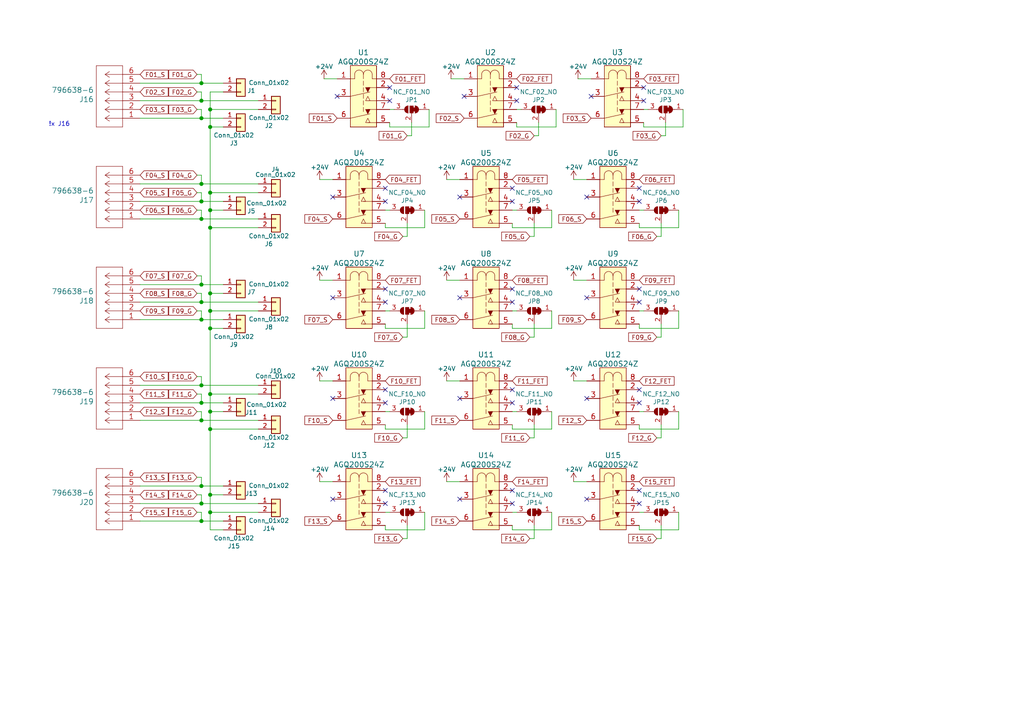
<source format=kicad_sch>
(kicad_sch (version 20210126) (generator eeschema)
  (paper "A4")
  (lib_symbols
    (symbol "796638-6:796638-6" (pin_names (offset 0.254) hide)
      (property "Reference" "J" (at 8.89 6.35 0))
      (property "Value" "796638-6" (at 10.16 -5.08 0))
      (symbol "796638-6_1_1"
        (polyline (pts (xy 5.08 -15.24) (xy 12.7 -15.24)) (stroke (width 0.127)))
        (polyline (pts (xy 5.08 2.54) (xy 5.08 -15.24)) (stroke (width 0.127)))
        (polyline (pts (xy 10.16 -12.7) (xy 5.08 -12.7)) (stroke (width 0.127)))
        (polyline (pts (xy 10.16 -12.7) (xy 8.89 -13.5382)) (stroke (width 0.127)))
        (polyline (pts (xy 10.16 -12.7) (xy 8.89 -11.8618)) (stroke (width 0.127)))
        (polyline (pts (xy 10.16 -10.16) (xy 5.08 -10.16)) (stroke (width 0.127)))
        (polyline (pts (xy 10.16 -10.16) (xy 8.89 -10.9982)) (stroke (width 0.127)))
        (polyline (pts (xy 10.16 -10.16) (xy 8.89 -9.3218)) (stroke (width 0.127)))
        (polyline (pts (xy 10.16 -7.62) (xy 5.08 -7.62)) (stroke (width 0.127)))
        (polyline (pts (xy 10.16 -7.62) (xy 8.89 -8.4582)) (stroke (width 0.127)))
        (polyline (pts (xy 10.16 -7.62) (xy 8.89 -6.7818)) (stroke (width 0.127)))
        (polyline (pts (xy 10.16 -5.08) (xy 5.08 -5.08)) (stroke (width 0.127)))
        (polyline (pts (xy 10.16 -5.08) (xy 8.89 -5.9182)) (stroke (width 0.127)))
        (polyline (pts (xy 10.16 -5.08) (xy 8.89 -4.2418)) (stroke (width 0.127)))
        (polyline (pts (xy 10.16 -2.54) (xy 5.08 -2.54)) (stroke (width 0.127)))
        (polyline (pts (xy 10.16 -2.54) (xy 8.89 -3.3782)) (stroke (width 0.127)))
        (polyline (pts (xy 10.16 -2.54) (xy 8.89 -1.7018)) (stroke (width 0.127)))
        (polyline (pts (xy 10.16 0) (xy 5.08 0)) (stroke (width 0.127)))
        (polyline (pts (xy 10.16 0) (xy 8.89 -0.8382)) (stroke (width 0.127)))
        (polyline (pts (xy 10.16 0) (xy 8.89 0.8382)) (stroke (width 0.127)))
        (polyline (pts (xy 12.7 -15.24) (xy 12.7 2.54)) (stroke (width 0.127)))
        (polyline (pts (xy 12.7 2.54) (xy 5.08 2.54)) (stroke (width 0.127)))
        (pin unspecified line (at 0 0 0) (length 5.08) (name "1") (number "1"))
        (pin unspecified line (at 0 -2.54 0) (length 5.08) (name "2") (number "2"))
        (pin unspecified line (at 0 -5.08 0) (length 5.08) (name "3") (number "3"))
        (pin unspecified line (at 0 -7.62 0) (length 5.08) (name "4") (number "4"))
        (pin unspecified line (at 0 -10.16 0) (length 5.08) (name "5") (number "5"))
        (pin unspecified line (at 0 -12.7 0) (length 5.08) (name "6") (number "6"))
      )
    )
    (symbol "AGQ200S24Z:AGQ200S24Z" (pin_names (offset -0.254) hide)
      (property "Reference" "U" (at 13.97 11.43 0))
      (property "Value" "AGQ200S24Z" (at 13.97 8.89 0))
      (symbol "AGQ200S24Z_1_1"
        (arc (start 11.43 5.0959) (end 13.97 5.0959) (radius (at 12.7 5.08) (length 1.2701) (angles 179.3 0.7)) (stroke (width 0.127)))
        (arc (start 13.97 5.0959) (end 16.51 5.0959) (radius (at 15.24 5.08) (length 1.2701) (angles 179.3 0.7)) (stroke (width 0.127)))
        (rectangle (start 10.16 7.62) (end 17.78 -10.16) (stroke (width 0.1524)) (fill (type background)))
        (polyline (pts (xy 10.16 -10.16) (xy 17.78 -10.16)) (stroke (width 0.127)))
        (polyline (pts (xy 10.16 -7.62) (xy 15.875 -6.35)) (stroke (width 0.127)))
        (polyline (pts (xy 10.16 -1.27) (xy 15.875 0)) (stroke (width 0.127)))
        (polyline (pts (xy 10.16 7.62) (xy 10.16 -10.16)) (stroke (width 0.127)))
        (polyline (pts (xy 11.43 3.81) (xy 10.16 3.81)) (stroke (width 0.127)))
        (polyline (pts (xy 11.43 5.08) (xy 11.43 3.81)) (stroke (width 0.127)))
        (polyline (pts (xy 13.97 -4.445) (xy 13.97 -5.715)) (stroke (width 0.127)))
        (polyline (pts (xy 13.97 -2.54) (xy 13.97 -3.81)) (stroke (width 0.127)))
        (polyline (pts (xy 13.97 -0.635) (xy 13.97 -1.905)) (stroke (width 0.127)))
        (polyline (pts (xy 13.97 1.27) (xy 13.97 0)) (stroke (width 0.127)))
        (polyline (pts (xy 13.97 1.905) (xy 13.97 3.175)) (stroke (width 0.127)))
        (polyline (pts (xy 13.97 5.08) (xy 13.97 3.81)) (stroke (width 0.127)))
        (polyline (pts (xy 15.24 -5.08) (xy 17.78 -5.08)) (stroke (width 0.127)))
        (polyline (pts (xy 15.24 1.27) (xy 17.78 1.27)) (stroke (width 0.127)))
        (polyline (pts (xy 16.51 3.81) (xy 17.78 3.81)) (stroke (width 0.127)))
        (polyline (pts (xy 16.51 5.08) (xy 16.51 3.81)) (stroke (width 0.127)))
        (polyline (pts (xy 17.78 -8.89) (xy 15.24 -8.89)) (stroke (width 0.127)))
        (polyline (pts (xy 17.78 -2.54) (xy 15.24 -2.54)) (stroke (width 0.127)))
        (polyline (pts (xy 17.78 7.62) (xy 10.16 7.62)) (stroke (width 0.127)))
        (polyline (pts (xy 17.78 7.62) (xy 17.78 -10.16)) (stroke (width 0.127)))
        (polyline (pts (xy 14.605 -8.89) (xy 15.875 -8.89) (xy 15.24 -7.62) (xy 14.605 -8.89)) (stroke (width 0.127)))
        (polyline (pts (xy 14.605 -2.54) (xy 15.875 -2.54) (xy 15.24 -1.27) (xy 14.605 -2.54)) (stroke (width 0.127)))
        (polyline (pts (xy 14.605 -5.08) (xy 15.875 -5.08) (xy 15.24 -6.35) (xy 14.605 -5.08)) (fill (type outline)))
        (polyline (pts (xy 14.605 1.27) (xy 15.875 1.27) (xy 15.24 0) (xy 14.605 1.27)) (fill (type outline)))
        (pin unspecified line (at 6.35 3.81 0) (length 3.81) (name "1") (number "1"))
        (pin unspecified line (at 21.59 1.27 180) (length 3.81) (name "2") (number "2"))
        (pin unspecified line (at 6.35 -1.27 0) (length 3.81) (name "3") (number "3"))
        (pin unspecified line (at 21.59 -2.54 180) (length 3.81) (name "4") (number "4"))
        (pin unspecified line (at 21.59 -8.89 180) (length 3.81) (name "5") (number "5"))
        (pin unspecified line (at 6.35 -7.62 0) (length 3.81) (name "6") (number "6"))
        (pin unspecified line (at 21.59 -5.08 180) (length 3.81) (name "7") (number "7"))
        (pin unspecified line (at 21.59 3.81 180) (length 3.81) (name "8") (number "8"))
      )
    )
    (symbol "Connector_Generic:Conn_01x02" (pin_names (offset 1.016) hide)
      (property "Reference" "J" (at 0 2.54 0))
      (property "Value" "Conn_01x02" (at 0 -5.08 0))
      (symbol "Conn_01x02_1_1"
        (rectangle (start -1.27 -2.413) (end 0 -2.667) (stroke (width 0.1524)))
        (rectangle (start -1.27 0.127) (end 0 -0.127) (stroke (width 0.1524)))
        (rectangle (start -1.27 1.27) (end 1.27 -3.81) (stroke (width 0.254)) (fill (type background)))
        (pin passive line (at -5.08 0 0) (length 3.81) (name "Pin_1") (number "1"))
        (pin passive line (at -5.08 -2.54 0) (length 3.81) (name "Pin_2") (number "2"))
      )
    )
    (symbol "Jumper:SolderJumper_3_Bridged12" (pin_names (offset 0) hide)
      (property "Reference" "JP" (at -2.54 -2.54 0))
      (property "Value" "SolderJumper_3_Bridged12" (at 0 2.794 0))
      (symbol "SolderJumper_3_Bridged12_0_1"
        (arc (start -1.016 1.016) (end -1.016 -1.016) (radius (at -1.016 0) (length 1.016) (angles 90.1 -90.1)))
        (arc (start 1.016 -1.016) (end 1.016 1.016) (radius (at 1.016 0) (length 1.016) (angles -89.9 89.9)))
        (arc (start -1.016 1.016) (end -1.016 -1.016) (radius (at -1.016 0) (length 1.016) (angles 90.1 -90.1)) (fill (type outline)))
        (arc (start 1.016 -1.016) (end 1.016 1.016) (radius (at 1.016 0) (length 1.016) (angles -89.9 89.9)) (fill (type outline)))
        (rectangle (start -1.016 0.508) (end -0.508 -0.508) (fill (type outline)))
        (rectangle (start -0.508 1.016) (end 0.508 -1.016) (fill (type outline)))
        (polyline (pts (xy -2.54 0) (xy -2.032 0)))
        (polyline (pts (xy -1.016 1.016) (xy -1.016 -1.016)))
        (polyline (pts (xy 0 -1.27) (xy 0 -1.016)))
        (polyline (pts (xy 1.016 1.016) (xy 1.016 -1.016)))
        (polyline (pts (xy 2.54 0) (xy 2.032 0)))
      )
      (symbol "SolderJumper_3_Bridged12_1_1"
        (pin passive line (at -5.08 0 0) (length 2.54) (name "A") (number "1"))
        (pin input line (at 0 -3.81 90) (length 2.54) (name "C") (number "2"))
        (pin passive line (at 5.08 0 180) (length 2.54) (name "B") (number "3"))
      )
    )
    (symbol "power:+24V" (power) (pin_names (offset 0))
      (property "Value" "+24V" (at 0 3.556 0))
      (symbol "+24V_0_1"
        (polyline (pts (xy -0.762 1.27) (xy 0 2.54)))
        (polyline (pts (xy 0 0) (xy 0 2.54)))
        (polyline (pts (xy 0 2.54) (xy 0.762 1.27)))
      )
      (symbol "+24V_1_1"
        (pin power_in line (at 0 0 90) (length 0) hide (name "+24V") (number "1"))
      )
    )
  )
  (junction (at 58.42 24.13) (diameter 1.016))
  (junction (at 58.42 29.21) (diameter 1.016))
  (junction (at 58.42 34.29) (diameter 1.016))
  (junction (at 58.42 53.34) (diameter 1.016))
  (junction (at 58.42 58.42) (diameter 1.016))
  (junction (at 58.42 63.5) (diameter 1.016))
  (junction (at 58.42 82.55) (diameter 1.016))
  (junction (at 58.42 87.63) (diameter 1.016))
  (junction (at 58.42 92.71) (diameter 1.016))
  (junction (at 58.42 111.76) (diameter 1.016))
  (junction (at 58.42 116.84) (diameter 1.016))
  (junction (at 58.42 121.92) (diameter 1.016))
  (junction (at 58.42 140.97) (diameter 1.016))
  (junction (at 58.42 146.05) (diameter 1.016))
  (junction (at 58.42 151.13) (diameter 1.016))
  (junction (at 60.96 31.75) (diameter 1.016))
  (junction (at 60.96 36.83) (diameter 1.016))
  (junction (at 60.96 55.88) (diameter 1.016))
  (junction (at 60.96 60.96) (diameter 1.016))
  (junction (at 60.96 66.04) (diameter 1.016))
  (junction (at 60.96 85.09) (diameter 1.016))
  (junction (at 60.96 90.17) (diameter 1.016))
  (junction (at 60.96 95.25) (diameter 1.016))
  (junction (at 60.96 114.3) (diameter 1.016))
  (junction (at 60.96 119.38) (diameter 1.016))
  (junction (at 60.96 124.46) (diameter 1.016))
  (junction (at 60.96 143.51) (diameter 1.016))
  (junction (at 60.96 148.59) (diameter 1.016))
  (no_connect (at 96.52 57.15))
  (no_connect (at 96.52 86.36))
  (no_connect (at 96.52 115.57))
  (no_connect (at 96.52 144.78))
  (no_connect (at 97.79 27.94))
  (no_connect (at 111.76 54.61))
  (no_connect (at 111.76 58.42))
  (no_connect (at 111.76 83.82))
  (no_connect (at 111.76 87.63))
  (no_connect (at 111.76 113.03))
  (no_connect (at 111.76 116.84))
  (no_connect (at 111.76 142.24))
  (no_connect (at 111.76 146.05))
  (no_connect (at 113.03 25.4))
  (no_connect (at 113.03 29.21))
  (no_connect (at 133.35 57.15))
  (no_connect (at 133.35 86.36))
  (no_connect (at 133.35 115.57))
  (no_connect (at 133.35 144.78))
  (no_connect (at 134.62 27.94))
  (no_connect (at 148.59 54.61))
  (no_connect (at 148.59 58.42))
  (no_connect (at 148.59 83.82))
  (no_connect (at 148.59 87.63))
  (no_connect (at 148.59 113.03))
  (no_connect (at 148.59 116.84))
  (no_connect (at 148.59 142.24))
  (no_connect (at 148.59 146.05))
  (no_connect (at 149.86 25.4))
  (no_connect (at 149.86 29.21))
  (no_connect (at 170.18 57.15))
  (no_connect (at 170.18 86.36))
  (no_connect (at 170.18 115.57))
  (no_connect (at 170.18 144.78))
  (no_connect (at 171.45 27.94))
  (no_connect (at 185.42 54.61))
  (no_connect (at 185.42 58.42))
  (no_connect (at 185.42 83.82))
  (no_connect (at 185.42 87.63))
  (no_connect (at 185.42 113.03))
  (no_connect (at 185.42 116.84))
  (no_connect (at 185.42 142.24))
  (no_connect (at 185.42 146.05))
  (no_connect (at 186.69 25.4))
  (no_connect (at 186.69 29.21))
  (wire (pts (xy 40.64 24.13) (xy 58.42 24.13)))
  (wire (pts (xy 40.64 29.21) (xy 58.42 29.21)))
  (wire (pts (xy 40.64 34.29) (xy 58.42 34.29)))
  (wire (pts (xy 40.64 53.34) (xy 58.42 53.34)))
  (wire (pts (xy 40.64 58.42) (xy 58.42 58.42)))
  (wire (pts (xy 40.64 63.5) (xy 58.42 63.5)))
  (wire (pts (xy 40.64 82.55) (xy 58.42 82.55)))
  (wire (pts (xy 40.64 87.63) (xy 58.42 87.63)))
  (wire (pts (xy 40.64 92.71) (xy 58.42 92.71)))
  (wire (pts (xy 40.64 111.76) (xy 58.42 111.76)))
  (wire (pts (xy 40.64 116.84) (xy 58.42 116.84)))
  (wire (pts (xy 40.64 121.92) (xy 58.42 121.92)))
  (wire (pts (xy 40.64 140.97) (xy 58.42 140.97)))
  (wire (pts (xy 40.64 146.05) (xy 58.42 146.05)))
  (wire (pts (xy 40.64 151.13) (xy 58.42 151.13)))
  (wire (pts (xy 57.15 21.59) (xy 58.42 21.59)))
  (wire (pts (xy 57.15 26.67) (xy 58.42 26.67)))
  (wire (pts (xy 57.15 31.75) (xy 58.42 31.75)))
  (wire (pts (xy 57.15 50.8) (xy 58.42 50.8)))
  (wire (pts (xy 57.15 55.88) (xy 58.42 55.88)))
  (wire (pts (xy 57.15 60.96) (xy 58.42 60.96)))
  (wire (pts (xy 57.15 80.01) (xy 58.42 80.01)))
  (wire (pts (xy 57.15 85.09) (xy 58.42 85.09)))
  (wire (pts (xy 57.15 90.17) (xy 58.42 90.17)))
  (wire (pts (xy 57.15 109.22) (xy 58.42 109.22)))
  (wire (pts (xy 57.15 114.3) (xy 58.42 114.3)))
  (wire (pts (xy 57.15 119.38) (xy 58.42 119.38)))
  (wire (pts (xy 57.15 138.43) (xy 58.42 138.43)))
  (wire (pts (xy 57.15 143.51) (xy 58.42 143.51)))
  (wire (pts (xy 57.15 148.59) (xy 58.42 148.59)))
  (wire (pts (xy 58.42 21.59) (xy 58.42 24.13)))
  (wire (pts (xy 58.42 24.13) (xy 64.77 24.13)))
  (wire (pts (xy 58.42 26.67) (xy 58.42 29.21)))
  (wire (pts (xy 58.42 29.21) (xy 74.93 29.21)))
  (wire (pts (xy 58.42 31.75) (xy 58.42 34.29)))
  (wire (pts (xy 58.42 34.29) (xy 64.77 34.29)))
  (wire (pts (xy 58.42 50.8) (xy 58.42 53.34)))
  (wire (pts (xy 58.42 53.34) (xy 74.93 53.34)))
  (wire (pts (xy 58.42 55.88) (xy 58.42 58.42)))
  (wire (pts (xy 58.42 58.42) (xy 64.77 58.42)))
  (wire (pts (xy 58.42 60.96) (xy 58.42 63.5)))
  (wire (pts (xy 58.42 63.5) (xy 74.93 63.5)))
  (wire (pts (xy 58.42 80.01) (xy 58.42 82.55)))
  (wire (pts (xy 58.42 82.55) (xy 64.77 82.55)))
  (wire (pts (xy 58.42 85.09) (xy 58.42 87.63)))
  (wire (pts (xy 58.42 87.63) (xy 74.93 87.63)))
  (wire (pts (xy 58.42 90.17) (xy 58.42 92.71)))
  (wire (pts (xy 58.42 92.71) (xy 64.77 92.71)))
  (wire (pts (xy 58.42 109.22) (xy 58.42 111.76)))
  (wire (pts (xy 58.42 111.76) (xy 74.93 111.76)))
  (wire (pts (xy 58.42 114.3) (xy 58.42 116.84)))
  (wire (pts (xy 58.42 116.84) (xy 64.77 116.84)))
  (wire (pts (xy 58.42 119.38) (xy 58.42 121.92)))
  (wire (pts (xy 58.42 121.92) (xy 74.93 121.92)))
  (wire (pts (xy 58.42 138.43) (xy 58.42 140.97)))
  (wire (pts (xy 58.42 140.97) (xy 64.77 140.97)))
  (wire (pts (xy 58.42 143.51) (xy 58.42 146.05)))
  (wire (pts (xy 58.42 146.05) (xy 74.93 146.05)))
  (wire (pts (xy 58.42 148.59) (xy 58.42 151.13)))
  (wire (pts (xy 58.42 151.13) (xy 64.77 151.13)))
  (wire (pts (xy 60.96 26.67) (xy 60.96 31.75)))
  (wire (pts (xy 60.96 31.75) (xy 60.96 36.83)))
  (wire (pts (xy 60.96 36.83) (xy 60.96 55.88)))
  (wire (pts (xy 60.96 55.88) (xy 60.96 60.96)))
  (wire (pts (xy 60.96 55.88) (xy 74.93 55.88)))
  (wire (pts (xy 60.96 60.96) (xy 60.96 66.04)))
  (wire (pts (xy 60.96 60.96) (xy 64.77 60.96)))
  (wire (pts (xy 60.96 66.04) (xy 60.96 85.09)))
  (wire (pts (xy 60.96 66.04) (xy 74.93 66.04)))
  (wire (pts (xy 60.96 85.09) (xy 60.96 90.17)))
  (wire (pts (xy 60.96 90.17) (xy 60.96 95.25)))
  (wire (pts (xy 60.96 95.25) (xy 60.96 114.3)))
  (wire (pts (xy 60.96 114.3) (xy 60.96 119.38)))
  (wire (pts (xy 60.96 114.3) (xy 74.93 114.3)))
  (wire (pts (xy 60.96 119.38) (xy 60.96 124.46)))
  (wire (pts (xy 60.96 119.38) (xy 64.77 119.38)))
  (wire (pts (xy 60.96 124.46) (xy 60.96 143.51)))
  (wire (pts (xy 60.96 124.46) (xy 74.93 124.46)))
  (wire (pts (xy 60.96 143.51) (xy 60.96 148.59)))
  (wire (pts (xy 60.96 148.59) (xy 60.96 153.67)))
  (wire (pts (xy 64.77 26.67) (xy 60.96 26.67)))
  (wire (pts (xy 64.77 36.83) (xy 60.96 36.83)))
  (wire (pts (xy 64.77 85.09) (xy 60.96 85.09)))
  (wire (pts (xy 64.77 95.25) (xy 60.96 95.25)))
  (wire (pts (xy 64.77 143.51) (xy 60.96 143.51)))
  (wire (pts (xy 64.77 153.67) (xy 60.96 153.67)))
  (wire (pts (xy 74.93 31.75) (xy 60.96 31.75)))
  (wire (pts (xy 74.93 90.17) (xy 60.96 90.17)))
  (wire (pts (xy 74.93 148.59) (xy 60.96 148.59)))
  (wire (pts (xy 92.71 52.07) (xy 96.52 52.07)))
  (wire (pts (xy 92.71 81.28) (xy 96.52 81.28)))
  (wire (pts (xy 92.71 110.49) (xy 96.52 110.49)))
  (wire (pts (xy 92.71 139.7) (xy 96.52 139.7)))
  (wire (pts (xy 93.98 22.86) (xy 97.79 22.86)))
  (wire (pts (xy 111.76 60.96) (xy 113.03 60.96)))
  (wire (pts (xy 111.76 64.77) (xy 111.76 66.04)))
  (wire (pts (xy 111.76 66.04) (xy 123.19 66.04)))
  (wire (pts (xy 111.76 90.17) (xy 113.03 90.17)))
  (wire (pts (xy 111.76 93.98) (xy 111.76 95.25)))
  (wire (pts (xy 111.76 95.25) (xy 123.19 95.25)))
  (wire (pts (xy 111.76 119.38) (xy 113.03 119.38)))
  (wire (pts (xy 111.76 123.19) (xy 111.76 124.46)))
  (wire (pts (xy 111.76 124.46) (xy 123.19 124.46)))
  (wire (pts (xy 111.76 148.59) (xy 113.03 148.59)))
  (wire (pts (xy 111.76 152.4) (xy 111.76 153.67)))
  (wire (pts (xy 111.76 153.67) (xy 123.19 153.67)))
  (wire (pts (xy 113.03 31.75) (xy 114.3 31.75)))
  (wire (pts (xy 113.03 35.56) (xy 113.03 36.83)))
  (wire (pts (xy 113.03 36.83) (xy 124.46 36.83)))
  (wire (pts (xy 116.84 68.58) (xy 118.11 68.58)))
  (wire (pts (xy 116.84 97.79) (xy 118.11 97.79)))
  (wire (pts (xy 116.84 127) (xy 118.11 127)))
  (wire (pts (xy 116.84 156.21) (xy 118.11 156.21)))
  (wire (pts (xy 118.11 39.37) (xy 119.38 39.37)))
  (wire (pts (xy 118.11 64.77) (xy 118.11 68.58)))
  (wire (pts (xy 118.11 93.98) (xy 118.11 97.79)))
  (wire (pts (xy 118.11 123.19) (xy 118.11 127)))
  (wire (pts (xy 118.11 152.4) (xy 118.11 156.21)))
  (wire (pts (xy 119.38 35.56) (xy 119.38 39.37)))
  (wire (pts (xy 123.19 66.04) (xy 123.19 60.96)))
  (wire (pts (xy 123.19 95.25) (xy 123.19 90.17)))
  (wire (pts (xy 123.19 124.46) (xy 123.19 119.38)))
  (wire (pts (xy 123.19 153.67) (xy 123.19 148.59)))
  (wire (pts (xy 124.46 36.83) (xy 124.46 31.75)))
  (wire (pts (xy 129.54 52.07) (xy 133.35 52.07)))
  (wire (pts (xy 129.54 81.28) (xy 133.35 81.28)))
  (wire (pts (xy 129.54 110.49) (xy 133.35 110.49)))
  (wire (pts (xy 129.54 139.7) (xy 133.35 139.7)))
  (wire (pts (xy 130.81 22.86) (xy 134.62 22.86)))
  (wire (pts (xy 148.59 60.96) (xy 149.86 60.96)))
  (wire (pts (xy 148.59 64.77) (xy 148.59 66.04)))
  (wire (pts (xy 148.59 66.04) (xy 160.02 66.04)))
  (wire (pts (xy 148.59 90.17) (xy 149.86 90.17)))
  (wire (pts (xy 148.59 93.98) (xy 148.59 95.25)))
  (wire (pts (xy 148.59 95.25) (xy 160.02 95.25)))
  (wire (pts (xy 148.59 119.38) (xy 149.86 119.38)))
  (wire (pts (xy 148.59 123.19) (xy 148.59 124.46)))
  (wire (pts (xy 148.59 124.46) (xy 160.02 124.46)))
  (wire (pts (xy 148.59 148.59) (xy 149.86 148.59)))
  (wire (pts (xy 148.59 152.4) (xy 148.59 153.67)))
  (wire (pts (xy 148.59 153.67) (xy 160.02 153.67)))
  (wire (pts (xy 149.86 31.75) (xy 151.13 31.75)))
  (wire (pts (xy 149.86 35.56) (xy 149.86 36.83)))
  (wire (pts (xy 149.86 36.83) (xy 161.29 36.83)))
  (wire (pts (xy 153.67 68.58) (xy 154.94 68.58)))
  (wire (pts (xy 153.67 97.79) (xy 154.94 97.79)))
  (wire (pts (xy 153.67 127) (xy 154.94 127)))
  (wire (pts (xy 153.67 156.21) (xy 154.94 156.21)))
  (wire (pts (xy 154.94 39.37) (xy 156.21 39.37)))
  (wire (pts (xy 154.94 64.77) (xy 154.94 68.58)))
  (wire (pts (xy 154.94 93.98) (xy 154.94 97.79)))
  (wire (pts (xy 154.94 123.19) (xy 154.94 127)))
  (wire (pts (xy 154.94 152.4) (xy 154.94 156.21)))
  (wire (pts (xy 156.21 35.56) (xy 156.21 39.37)))
  (wire (pts (xy 160.02 60.96) (xy 160.02 66.04)))
  (wire (pts (xy 160.02 90.17) (xy 160.02 95.25)))
  (wire (pts (xy 160.02 119.38) (xy 160.02 124.46)))
  (wire (pts (xy 160.02 148.59) (xy 160.02 153.67)))
  (wire (pts (xy 161.29 31.75) (xy 161.29 36.83)))
  (wire (pts (xy 166.37 52.07) (xy 170.18 52.07)))
  (wire (pts (xy 166.37 81.28) (xy 170.18 81.28)))
  (wire (pts (xy 166.37 110.49) (xy 170.18 110.49)))
  (wire (pts (xy 166.37 139.7) (xy 170.18 139.7)))
  (wire (pts (xy 167.64 22.86) (xy 171.45 22.86)))
  (wire (pts (xy 185.42 60.96) (xy 186.69 60.96)))
  (wire (pts (xy 185.42 64.77) (xy 185.42 66.04)))
  (wire (pts (xy 185.42 66.04) (xy 196.85 66.04)))
  (wire (pts (xy 185.42 90.17) (xy 186.69 90.17)))
  (wire (pts (xy 185.42 93.98) (xy 185.42 95.25)))
  (wire (pts (xy 185.42 95.25) (xy 196.85 95.25)))
  (wire (pts (xy 185.42 119.38) (xy 186.69 119.38)))
  (wire (pts (xy 185.42 123.19) (xy 185.42 124.46)))
  (wire (pts (xy 185.42 124.46) (xy 196.85 124.46)))
  (wire (pts (xy 185.42 148.59) (xy 186.69 148.59)))
  (wire (pts (xy 185.42 152.4) (xy 185.42 153.67)))
  (wire (pts (xy 185.42 153.67) (xy 196.85 153.67)))
  (wire (pts (xy 186.69 31.75) (xy 187.96 31.75)))
  (wire (pts (xy 186.69 35.56) (xy 186.69 36.83)))
  (wire (pts (xy 186.69 36.83) (xy 198.12 36.83)))
  (wire (pts (xy 190.5 68.58) (xy 191.77 68.58)))
  (wire (pts (xy 190.5 97.79) (xy 191.77 97.79)))
  (wire (pts (xy 190.5 127) (xy 191.77 127)))
  (wire (pts (xy 190.5 156.21) (xy 191.77 156.21)))
  (wire (pts (xy 191.77 39.37) (xy 193.04 39.37)))
  (wire (pts (xy 191.77 64.77) (xy 191.77 68.58)))
  (wire (pts (xy 191.77 93.98) (xy 191.77 97.79)))
  (wire (pts (xy 191.77 123.19) (xy 191.77 127)))
  (wire (pts (xy 191.77 152.4) (xy 191.77 156.21)))
  (wire (pts (xy 193.04 35.56) (xy 193.04 39.37)))
  (wire (pts (xy 196.85 60.96) (xy 196.85 66.04)))
  (wire (pts (xy 196.85 90.17) (xy 196.85 95.25)))
  (wire (pts (xy 196.85 119.38) (xy 196.85 124.46)))
  (wire (pts (xy 196.85 148.59) (xy 196.85 153.67)))
  (wire (pts (xy 198.12 31.75) (xy 198.12 36.83)))
  (text "!x J16" (at 20.32 36.83 180) (effects (font (size 1.27 1.27)) (justify right bottom)))
  (global_label "F01_S" (shape input) (at 40.64 21.59 0) (property "Intersheet References" "${INTERSHEET_REFS}" (effects hide)))
  (global_label "F02_S" (shape input) (at 40.64 26.67 0) (property "Intersheet References" "${INTERSHEET_REFS}" (effects hide)))
  (global_label "F03_S" (shape input) (at 40.64 31.75 0) (property "Intersheet References" "${INTERSHEET_REFS}" (effects hide)))
  (global_label "F04_S" (shape input) (at 40.64 50.8 0) (property "Intersheet References" "${INTERSHEET_REFS}" (effects hide)))
  (global_label "F05_S" (shape input) (at 40.64 55.88 0) (property "Intersheet References" "${INTERSHEET_REFS}" (effects hide)))
  (global_label "F06_S" (shape input) (at 40.64 60.96 0) (property "Intersheet References" "${INTERSHEET_REFS}" (effects hide)))
  (global_label "F07_S" (shape input) (at 40.64 80.01 0) (property "Intersheet References" "${INTERSHEET_REFS}" (effects hide)))
  (global_label "F08_S" (shape input) (at 40.64 85.09 0) (property "Intersheet References" "${INTERSHEET_REFS}" (effects hide)))
  (global_label "F09_S" (shape input) (at 40.64 90.17 0) (property "Intersheet References" "${INTERSHEET_REFS}" (effects hide)))
  (global_label "F10_S" (shape input) (at 40.64 109.22 0) (property "Intersheet References" "${INTERSHEET_REFS}" (effects hide)))
  (global_label "F11_S" (shape input) (at 40.64 114.3 0) (property "Intersheet References" "${INTERSHEET_REFS}" (effects hide)))
  (global_label "F12_S" (shape input) (at 40.64 119.38 0) (property "Intersheet References" "${INTERSHEET_REFS}" (effects hide)))
  (global_label "F13_S" (shape input) (at 40.64 138.43 0) (property "Intersheet References" "${INTERSHEET_REFS}" (effects hide)))
  (global_label "F14_S" (shape input) (at 40.64 143.51 0) (property "Intersheet References" "${INTERSHEET_REFS}" (effects hide)))
  (global_label "F15_S" (shape input) (at 40.64 148.59 0) (property "Intersheet References" "${INTERSHEET_REFS}" (effects hide)))
  (global_label "F01_G" (shape input) (at 57.15 21.59 180) (property "Intersheet References" "${INTERSHEET_REFS}" (effects hide)))
  (global_label "F02_G" (shape input) (at 57.15 26.67 180) (property "Intersheet References" "${INTERSHEET_REFS}" (effects hide)))
  (global_label "F03_G" (shape input) (at 57.15 31.75 180) (property "Intersheet References" "${INTERSHEET_REFS}" (effects hide)))
  (global_label "F04_G" (shape input) (at 57.15 50.8 180) (property "Intersheet References" "${INTERSHEET_REFS}" (effects hide)))
  (global_label "F05_G" (shape input) (at 57.15 55.88 180) (property "Intersheet References" "${INTERSHEET_REFS}" (effects hide)))
  (global_label "F06_G" (shape input) (at 57.15 60.96 180) (property "Intersheet References" "${INTERSHEET_REFS}" (effects hide)))
  (global_label "F07_G" (shape input) (at 57.15 80.01 180) (property "Intersheet References" "${INTERSHEET_REFS}" (effects hide)))
  (global_label "F08_G" (shape input) (at 57.15 85.09 180) (property "Intersheet References" "${INTERSHEET_REFS}" (effects hide)))
  (global_label "F09_G" (shape input) (at 57.15 90.17 180) (property "Intersheet References" "${INTERSHEET_REFS}" (effects hide)))
  (global_label "F10_G" (shape input) (at 57.15 109.22 180) (property "Intersheet References" "${INTERSHEET_REFS}" (effects hide)))
  (global_label "F11_G" (shape input) (at 57.15 114.3 180) (property "Intersheet References" "${INTERSHEET_REFS}" (effects hide)))
  (global_label "F12_G" (shape input) (at 57.15 119.38 180) (property "Intersheet References" "${INTERSHEET_REFS}" (effects hide)))
  (global_label "F13_G" (shape input) (at 57.15 138.43 180) (property "Intersheet References" "${INTERSHEET_REFS}" (effects hide)))
  (global_label "F14_G" (shape input) (at 57.15 143.51 180) (property "Intersheet References" "${INTERSHEET_REFS}" (effects hide)))
  (global_label "F15_G" (shape input) (at 57.15 148.59 180) (property "Intersheet References" "${INTERSHEET_REFS}" (effects hide)))
  (global_label "F04_S" (shape input) (at 96.52 63.5 180) (property "Intersheet References" "${INTERSHEET_REFS}" (effects hide)))
  (global_label "F07_S" (shape input) (at 96.52 92.71 180) (property "Intersheet References" "${INTERSHEET_REFS}" (effects hide)))
  (global_label "F10_S" (shape input) (at 96.52 121.92 180) (property "Intersheet References" "${INTERSHEET_REFS}" (effects hide)))
  (global_label "F13_S" (shape input) (at 96.52 151.13 180) (property "Intersheet References" "${INTERSHEET_REFS}" (effects hide)))
  (global_label "F01_S" (shape input) (at 97.79 34.29 180) (property "Intersheet References" "${INTERSHEET_REFS}" (effects hide)))
  (global_label "F04_FET" (shape input) (at 111.76 52.07 0) (property "Intersheet References" "${INTERSHEET_REFS}" (effects hide)))
  (global_label "F07_FET" (shape input) (at 111.76 81.28 0) (property "Intersheet References" "${INTERSHEET_REFS}" (effects hide)))
  (global_label "F10_FET" (shape input) (at 111.76 110.49 0) (property "Intersheet References" "${INTERSHEET_REFS}" (effects hide)))
  (global_label "F13_FET" (shape input) (at 111.76 139.7 0) (property "Intersheet References" "${INTERSHEET_REFS}" (effects hide)))
  (global_label "F01_FET" (shape input) (at 113.03 22.86 0) (property "Intersheet References" "${INTERSHEET_REFS}" (effects hide)))
  (global_label "F04_G" (shape input) (at 116.84 68.58 180) (property "Intersheet References" "${INTERSHEET_REFS}" (effects hide)))
  (global_label "F07_G" (shape input) (at 116.84 97.79 180) (property "Intersheet References" "${INTERSHEET_REFS}" (effects hide)))
  (global_label "F10_G" (shape input) (at 116.84 127 180) (property "Intersheet References" "${INTERSHEET_REFS}" (effects hide)))
  (global_label "F13_G" (shape input) (at 116.84 156.21 180) (property "Intersheet References" "${INTERSHEET_REFS}" (effects hide)))
  (global_label "F01_G" (shape input) (at 118.11 39.37 180) (property "Intersheet References" "${INTERSHEET_REFS}" (effects hide)))
  (global_label "F05_S" (shape input) (at 133.35 63.5 180) (property "Intersheet References" "${INTERSHEET_REFS}" (effects hide)))
  (global_label "F08_S" (shape input) (at 133.35 92.71 180) (property "Intersheet References" "${INTERSHEET_REFS}" (effects hide)))
  (global_label "F11_S" (shape input) (at 133.35 121.92 180) (property "Intersheet References" "${INTERSHEET_REFS}" (effects hide)))
  (global_label "F14_S" (shape input) (at 133.35 151.13 180) (property "Intersheet References" "${INTERSHEET_REFS}" (effects hide)))
  (global_label "F02_S" (shape input) (at 134.62 34.29 180) (property "Intersheet References" "${INTERSHEET_REFS}" (effects hide)))
  (global_label "F05_FET" (shape input) (at 148.59 52.07 0) (property "Intersheet References" "${INTERSHEET_REFS}" (effects hide)))
  (global_label "F08_FET" (shape input) (at 148.59 81.28 0) (property "Intersheet References" "${INTERSHEET_REFS}" (effects hide)))
  (global_label "F11_FET" (shape input) (at 148.59 110.49 0) (property "Intersheet References" "${INTERSHEET_REFS}" (effects hide)))
  (global_label "F14_FET" (shape input) (at 148.59 139.7 0) (property "Intersheet References" "${INTERSHEET_REFS}" (effects hide)))
  (global_label "F02_FET" (shape input) (at 149.86 22.86 0) (property "Intersheet References" "${INTERSHEET_REFS}" (effects hide)))
  (global_label "F05_G" (shape input) (at 153.67 68.58 180) (property "Intersheet References" "${INTERSHEET_REFS}" (effects hide)))
  (global_label "F08_G" (shape input) (at 153.67 97.79 180) (property "Intersheet References" "${INTERSHEET_REFS}" (effects hide)))
  (global_label "F11_G" (shape input) (at 153.67 127 180) (property "Intersheet References" "${INTERSHEET_REFS}" (effects hide)))
  (global_label "F14_G" (shape input) (at 153.67 156.21 180) (property "Intersheet References" "${INTERSHEET_REFS}" (effects hide)))
  (global_label "F02_G" (shape input) (at 154.94 39.37 180) (property "Intersheet References" "${INTERSHEET_REFS}" (effects hide)))
  (global_label "F06_S" (shape input) (at 170.18 63.5 180) (property "Intersheet References" "${INTERSHEET_REFS}" (effects hide)))
  (global_label "F09_S" (shape input) (at 170.18 92.71 180) (property "Intersheet References" "${INTERSHEET_REFS}" (effects hide)))
  (global_label "F12_S" (shape input) (at 170.18 121.92 180) (property "Intersheet References" "${INTERSHEET_REFS}" (effects hide)))
  (global_label "F15_S" (shape input) (at 170.18 151.13 180) (property "Intersheet References" "${INTERSHEET_REFS}" (effects hide)))
  (global_label "F03_S" (shape input) (at 171.45 34.29 180) (property "Intersheet References" "${INTERSHEET_REFS}" (effects hide)))
  (global_label "F06_FET" (shape input) (at 185.42 52.07 0) (property "Intersheet References" "${INTERSHEET_REFS}" (effects hide)))
  (global_label "F09_FET" (shape input) (at 185.42 81.28 0) (property "Intersheet References" "${INTERSHEET_REFS}" (effects hide)))
  (global_label "F12_FET" (shape input) (at 185.42 110.49 0) (property "Intersheet References" "${INTERSHEET_REFS}" (effects hide)))
  (global_label "F15_FET" (shape input) (at 185.42 139.7 0) (property "Intersheet References" "${INTERSHEET_REFS}" (effects hide)))
  (global_label "F03_FET" (shape input) (at 186.69 22.86 0) (property "Intersheet References" "${INTERSHEET_REFS}" (effects hide)))
  (global_label "F06_G" (shape input) (at 190.5 68.58 180) (property "Intersheet References" "${INTERSHEET_REFS}" (effects hide)))
  (global_label "F09_G" (shape input) (at 190.5 97.79 180) (property "Intersheet References" "${INTERSHEET_REFS}" (effects hide)))
  (global_label "F12_G" (shape input) (at 190.5 127 180) (property "Intersheet References" "${INTERSHEET_REFS}" (effects hide)))
  (global_label "F15_G" (shape input) (at 190.5 156.21 180) (property "Intersheet References" "${INTERSHEET_REFS}" (effects hide)))
  (global_label "F03_G" (shape input) (at 191.77 39.37 180) (property "Intersheet References" "${INTERSHEET_REFS}" (effects hide)))
  (symbol (lib_id "power:+24V") (at 92.71 52.07 0) (unit 1)
    (property "Reference" "#PWR031" (effects hide))
    (property "Value" "+24V" (at 92.71 48.5226 0))
  )
  (symbol (lib_id "power:+24V") (at 92.71 81.28 0) (unit 1)
    (property "Reference" "#PWR034" (effects hide))
    (property "Value" "+24V" (at 92.71 77.7326 0))
  )
  (symbol (lib_id "power:+24V") (at 92.71 110.49 0) (unit 1)
    (property "Reference" "#PWR037" (effects hide))
    (property "Value" "+24V" (at 92.71 106.9426 0))
  )
  (symbol (lib_id "power:+24V") (at 92.71 139.7 0) (unit 1)
    (property "Reference" "#PWR040" (effects hide))
    (property "Value" "+24V" (at 92.71 136.1526 0))
  )
  (symbol (lib_id "power:+24V") (at 93.98 22.86 0) (unit 1)
    (property "Reference" "#PWR028" (effects hide))
    (property "Value" "+24V" (at 93.98 19.3126 0))
  )
  (symbol (lib_id "power:+24V") (at 129.54 52.07 0) (unit 1)
    (property "Reference" "#PWR032" (effects hide))
    (property "Value" "+24V" (at 129.54 48.5226 0))
  )
  (symbol (lib_id "power:+24V") (at 129.54 81.28 0) (unit 1)
    (property "Reference" "#PWR035" (effects hide))
    (property "Value" "+24V" (at 129.54 77.7326 0))
  )
  (symbol (lib_id "power:+24V") (at 129.54 110.49 0) (unit 1)
    (property "Reference" "#PWR038" (effects hide))
    (property "Value" "+24V" (at 129.54 106.9426 0))
  )
  (symbol (lib_id "power:+24V") (at 129.54 139.7 0) (unit 1)
    (property "Reference" "#PWR041" (effects hide))
    (property "Value" "+24V" (at 129.54 136.1526 0))
  )
  (symbol (lib_id "power:+24V") (at 130.81 22.86 0) (unit 1)
    (property "Reference" "#PWR029" (effects hide))
    (property "Value" "+24V" (at 130.81 19.3126 0))
  )
  (symbol (lib_id "power:+24V") (at 166.37 52.07 0) (unit 1)
    (property "Reference" "#PWR033" (effects hide))
    (property "Value" "+24V" (at 166.37 48.5226 0))
  )
  (symbol (lib_id "power:+24V") (at 166.37 81.28 0) (unit 1)
    (property "Reference" "#PWR036" (effects hide))
    (property "Value" "+24V" (at 166.37 77.7326 0))
  )
  (symbol (lib_id "power:+24V") (at 166.37 110.49 0) (unit 1)
    (property "Reference" "#PWR039" (effects hide))
    (property "Value" "+24V" (at 166.37 106.9426 0))
  )
  (symbol (lib_id "power:+24V") (at 166.37 139.7 0) (unit 1)
    (property "Reference" "#PWR042" (effects hide))
    (property "Value" "+24V" (at 166.37 136.1526 0))
  )
  (symbol (lib_id "power:+24V") (at 167.64 22.86 0) (unit 1)
    (property "Reference" "#PWR030" (effects hide))
    (property "Value" "+24V" (at 167.64 19.3126 0))
  )
  (symbol (lib_id "Connector_Generic:Conn_01x02") (at 69.85 24.13 0) (unit 1)
    (property "Reference" "J1" (at 72.898 26.2932 0))
    (property "Value" "Conn_01x02" (at 77.978 23.9945 0))
    (property "Footprint" "TSM-102-01-T-SV:SAMTEC-TSM-102-01-X-SV" (effects hide))
  )
  (symbol (lib_id "Connector_Generic:Conn_01x02") (at 69.85 34.29 0) (unit 1)
    (property "Reference" "J3" (at 67.818 41.5332 0))
    (property "Value" "Conn_01x02" (at 67.818 39.2345 0))
    (property "Footprint" "TSM-102-01-T-SV:SAMTEC-TSM-102-01-X-SV" (effects hide))
  )
  (symbol (lib_id "Connector_Generic:Conn_01x02") (at 69.85 58.42 0) (unit 1)
    (property "Reference" "J5" (at 72.898 61.2182 0))
    (property "Value" "Conn_01x02" (at 77.343 58.9195 0))
    (property "Footprint" "TSM-102-01-T-SV:SAMTEC-TSM-102-01-X-SV" (effects hide))
  )
  (symbol (lib_id "Connector_Generic:Conn_01x02") (at 69.85 82.55 0) (unit 1)
    (property "Reference" "J7" (at 72.898 84.7132 0))
    (property "Value" "Conn_01x02" (at 77.978 82.4145 0))
    (property "Footprint" "TSM-102-01-T-SV:SAMTEC-TSM-102-01-X-SV" (effects hide))
  )
  (symbol (lib_id "Connector_Generic:Conn_01x02") (at 69.85 92.71 0) (unit 1)
    (property "Reference" "J9" (at 67.818 99.9532 0))
    (property "Value" "Conn_01x02" (at 67.818 97.6545 0))
    (property "Footprint" "TSM-102-01-T-SV:SAMTEC-TSM-102-01-X-SV" (effects hide))
  )
  (symbol (lib_id "Connector_Generic:Conn_01x02") (at 69.85 116.84 0) (unit 1)
    (property "Reference" "J11" (at 72.898 119.6382 0))
    (property "Value" "Conn_01x02" (at 77.343 117.3395 0))
    (property "Footprint" "TSM-102-01-T-SV:SAMTEC-TSM-102-01-X-SV" (effects hide))
  )
  (symbol (lib_id "Connector_Generic:Conn_01x02") (at 69.85 140.97 0) (unit 1)
    (property "Reference" "J13" (at 72.898 143.1332 0))
    (property "Value" "Conn_01x02" (at 77.978 140.8345 0))
    (property "Footprint" "TSM-102-01-T-SV:SAMTEC-TSM-102-01-X-SV" (effects hide))
  )
  (symbol (lib_id "Connector_Generic:Conn_01x02") (at 69.85 151.13 0) (unit 1)
    (property "Reference" "J15" (at 67.818 158.3732 0))
    (property "Value" "Conn_01x02" (at 67.818 156.0745 0))
    (property "Footprint" "TSM-102-01-T-SV:SAMTEC-TSM-102-01-X-SV" (effects hide))
  )
  (symbol (lib_id "Connector_Generic:Conn_01x02") (at 80.01 29.21 0) (unit 1)
    (property "Reference" "J2" (at 77.978 36.4532 0))
    (property "Value" "Conn_01x02" (at 77.978 34.1545 0))
    (property "Footprint" "TSM-102-01-T-SV:SAMTEC-TSM-102-01-X-SV" (effects hide))
  )
  (symbol (lib_id "Connector_Generic:Conn_01x02") (at 80.01 53.34 0) (unit 1)
    (property "Reference" "J4" (at 79.883 49.1532 0))
    (property "Value" "Conn_01x02" (at 79.883 50.6645 0))
    (property "Footprint" "TSM-102-01-T-SV:SAMTEC-TSM-102-01-X-SV" (effects hide))
  )
  (symbol (lib_id "Connector_Generic:Conn_01x02") (at 80.01 63.5 0) (unit 1)
    (property "Reference" "J6" (at 77.978 70.7432 0))
    (property "Value" "Conn_01x02" (at 77.978 68.4445 0))
    (property "Footprint" "TSM-102-01-T-SV:SAMTEC-TSM-102-01-X-SV" (effects hide))
  )
  (symbol (lib_id "Connector_Generic:Conn_01x02") (at 80.01 87.63 0) (unit 1)
    (property "Reference" "J8" (at 77.978 94.8732 0))
    (property "Value" "Conn_01x02" (at 77.978 92.5745 0))
    (property "Footprint" "TSM-102-01-T-SV:SAMTEC-TSM-102-01-X-SV" (effects hide))
  )
  (symbol (lib_id "Connector_Generic:Conn_01x02") (at 80.01 111.76 0) (unit 1)
    (property "Reference" "J10" (at 79.883 107.5732 0))
    (property "Value" "Conn_01x02" (at 79.883 109.0845 0))
    (property "Footprint" "TSM-102-01-T-SV:SAMTEC-TSM-102-01-X-SV" (effects hide))
  )
  (symbol (lib_id "Connector_Generic:Conn_01x02") (at 80.01 121.92 0) (unit 1)
    (property "Reference" "J12" (at 77.978 129.1632 0))
    (property "Value" "Conn_01x02" (at 77.978 126.8645 0))
    (property "Footprint" "TSM-102-01-T-SV:SAMTEC-TSM-102-01-X-SV" (effects hide))
  )
  (symbol (lib_id "Connector_Generic:Conn_01x02") (at 80.01 146.05 0) (unit 1)
    (property "Reference" "J14" (at 77.978 153.2932 0))
    (property "Value" "Conn_01x02" (at 77.978 150.9945 0))
    (property "Footprint" "TSM-102-01-T-SV:SAMTEC-TSM-102-01-X-SV" (effects hide))
  )
  (symbol (lib_id "Jumper:SolderJumper_3_Bridged12") (at 118.11 60.96 0) (mirror y) (unit 1)
    (property "Reference" "JP4" (at 118.11 58.1596 0))
    (property "Value" "NC_F04_NO" (at 118.11 55.8609 0))
    (property "Footprint" "Jumper:SolderJumper-3_P1.3mm_Bridged12_RoundedPad1.0x1.5mm_NumberLabels" (effects hide))
  )
  (symbol (lib_id "Jumper:SolderJumper_3_Bridged12") (at 118.11 90.17 0) (mirror y) (unit 1)
    (property "Reference" "JP7" (at 118.11 87.3696 0))
    (property "Value" "NC_F07_NO" (at 118.11 85.0709 0))
    (property "Footprint" "Jumper:SolderJumper-3_P1.3mm_Bridged12_RoundedPad1.0x1.5mm_NumberLabels" (effects hide))
  )
  (symbol (lib_id "Jumper:SolderJumper_3_Bridged12") (at 118.11 119.38 0) (mirror y) (unit 1)
    (property "Reference" "JP10" (at 118.11 116.5796 0))
    (property "Value" "NC_F10_NO" (at 118.11 114.2809 0))
    (property "Footprint" "Jumper:SolderJumper-3_P1.3mm_Bridged12_RoundedPad1.0x1.5mm_NumberLabels" (effects hide))
  )
  (symbol (lib_id "Jumper:SolderJumper_3_Bridged12") (at 118.11 148.59 0) (mirror y) (unit 1)
    (property "Reference" "JP13" (at 118.11 145.7896 0))
    (property "Value" "NC_F13_NO" (at 118.11 143.4909 0))
    (property "Footprint" "Jumper:SolderJumper-3_P1.3mm_Bridged12_RoundedPad1.0x1.5mm_NumberLabels" (effects hide))
  )
  (symbol (lib_id "Jumper:SolderJumper_3_Bridged12") (at 119.38 31.75 0) (mirror y) (unit 1)
    (property "Reference" "JP1" (at 119.38 28.9496 0))
    (property "Value" "NC_F01_NO" (at 119.38 26.6509 0))
    (property "Footprint" "Jumper:SolderJumper-3_P1.3mm_Bridged12_RoundedPad1.0x1.5mm_NumberLabels" (effects hide))
  )
  (symbol (lib_id "Jumper:SolderJumper_3_Bridged12") (at 154.94 60.96 0) (mirror y) (unit 1)
    (property "Reference" "JP5" (at 154.94 58.1596 0))
    (property "Value" "NC_F05_NO" (at 154.94 55.8609 0))
    (property "Footprint" "Jumper:SolderJumper-3_P1.3mm_Bridged12_RoundedPad1.0x1.5mm_NumberLabels" (effects hide))
  )
  (symbol (lib_id "Jumper:SolderJumper_3_Bridged12") (at 154.94 90.17 0) (mirror y) (unit 1)
    (property "Reference" "JP8" (at 154.94 87.3696 0))
    (property "Value" "NC_F08_NO" (at 154.94 85.0709 0))
    (property "Footprint" "Jumper:SolderJumper-3_P1.3mm_Bridged12_RoundedPad1.0x1.5mm_NumberLabels" (effects hide))
  )
  (symbol (lib_id "Jumper:SolderJumper_3_Bridged12") (at 154.94 119.38 0) (mirror y) (unit 1)
    (property "Reference" "JP11" (at 154.94 116.5796 0))
    (property "Value" "NC_F11_NO" (at 154.94 114.2809 0))
    (property "Footprint" "Jumper:SolderJumper-3_P1.3mm_Bridged12_RoundedPad1.0x1.5mm_NumberLabels" (effects hide))
  )
  (symbol (lib_id "Jumper:SolderJumper_3_Bridged12") (at 154.94 148.59 0) (mirror y) (unit 1)
    (property "Reference" "JP14" (at 154.94 145.7896 0))
    (property "Value" "NC_F14_NO" (at 154.94 143.4909 0))
    (property "Footprint" "Jumper:SolderJumper-3_P1.3mm_Bridged12_RoundedPad1.0x1.5mm_NumberLabels" (effects hide))
  )
  (symbol (lib_id "Jumper:SolderJumper_3_Bridged12") (at 156.21 31.75 0) (mirror y) (unit 1)
    (property "Reference" "JP2" (at 156.21 28.9496 0))
    (property "Value" "NC_F02_NO" (at 156.21 26.6509 0))
    (property "Footprint" "Jumper:SolderJumper-3_P1.3mm_Bridged12_RoundedPad1.0x1.5mm_NumberLabels" (effects hide))
  )
  (symbol (lib_id "Jumper:SolderJumper_3_Bridged12") (at 191.77 60.96 0) (mirror y) (unit 1)
    (property "Reference" "JP6" (at 191.77 58.1596 0))
    (property "Value" "NC_F06_NO" (at 191.77 55.8609 0))
    (property "Footprint" "Jumper:SolderJumper-3_P1.3mm_Bridged12_RoundedPad1.0x1.5mm_NumberLabels" (effects hide))
  )
  (symbol (lib_id "Jumper:SolderJumper_3_Bridged12") (at 191.77 90.17 0) (mirror y) (unit 1)
    (property "Reference" "JP9" (at 191.77 87.3696 0))
    (property "Value" "NC_F09_NO" (at 191.77 85.0709 0))
    (property "Footprint" "Jumper:SolderJumper-3_P1.3mm_Bridged12_RoundedPad1.0x1.5mm_NumberLabels" (effects hide))
  )
  (symbol (lib_id "Jumper:SolderJumper_3_Bridged12") (at 191.77 119.38 0) (mirror y) (unit 1)
    (property "Reference" "JP12" (at 191.77 116.5796 0))
    (property "Value" "NC_F12_NO" (at 191.77 114.2809 0))
    (property "Footprint" "Jumper:SolderJumper-3_P1.3mm_Bridged12_RoundedPad1.0x1.5mm_NumberLabels" (effects hide))
  )
  (symbol (lib_id "Jumper:SolderJumper_3_Bridged12") (at 191.77 148.59 0) (mirror y) (unit 1)
    (property "Reference" "JP15" (at 191.77 145.7896 0))
    (property "Value" "NC_F15_NO" (at 191.77 143.4909 0))
    (property "Footprint" "Jumper:SolderJumper-3_P1.3mm_Bridged12_RoundedPad1.0x1.5mm_NumberLabels" (effects hide))
  )
  (symbol (lib_id "Jumper:SolderJumper_3_Bridged12") (at 193.04 31.75 0) (mirror y) (unit 1)
    (property "Reference" "JP3" (at 193.04 28.9496 0))
    (property "Value" "NC_F03_NO" (at 193.04 26.6509 0))
    (property "Footprint" "Jumper:SolderJumper-3_P1.3mm_Bridged12_RoundedPad1.0x1.5mm_NumberLabels" (effects hide))
  )
  (symbol (lib_id "796638-6:796638-6") (at 40.64 34.29 180) (unit 1)
    (property "Reference" "J16" (at 27.2415 28.8276 0) (effects (font (size 1.524 1.524)) (justify left)))
    (property "Value" "796638-6" (at 27.2415 26.12 0) (effects (font (size 1.524 1.524)) (justify left)))
    (property "Footprint" "796638-6:796638-6" (effects hide))
  )
  (symbol (lib_id "796638-6:796638-6") (at 40.64 63.5 180) (unit 1)
    (property "Reference" "J17" (at 27.2415 58.0376 0) (effects (font (size 1.524 1.524)) (justify left)))
    (property "Value" "796638-6" (at 27.2415 55.33 0) (effects (font (size 1.524 1.524)) (justify left)))
    (property "Footprint" "796638-6:796638-6" (effects hide))
  )
  (symbol (lib_id "796638-6:796638-6") (at 40.64 92.71 180) (unit 1)
    (property "Reference" "J18" (at 27.2415 87.2476 0) (effects (font (size 1.524 1.524)) (justify left)))
    (property "Value" "796638-6" (at 27.2415 84.54 0) (effects (font (size 1.524 1.524)) (justify left)))
    (property "Footprint" "796638-6:796638-6" (effects hide))
  )
  (symbol (lib_id "796638-6:796638-6") (at 40.64 121.92 180) (unit 1)
    (property "Reference" "J19" (at 27.2415 116.4576 0) (effects (font (size 1.524 1.524)) (justify left)))
    (property "Value" "796638-6" (at 27.2415 113.75 0) (effects (font (size 1.524 1.524)) (justify left)))
    (property "Footprint" "796638-6:796638-6" (effects hide))
  )
  (symbol (lib_id "796638-6:796638-6") (at 40.64 151.13 180) (unit 1)
    (property "Reference" "J20" (at 27.2415 145.6676 0) (effects (font (size 1.524 1.524)) (justify left)))
    (property "Value" "796638-6" (at 27.2415 142.96 0) (effects (font (size 1.524 1.524)) (justify left)))
    (property "Footprint" "796638-6:796638-6" (effects hide))
  )
  (symbol (lib_id "AGQ200S24Z:AGQ200S24Z") (at 90.17 55.88 0) (unit 1)
    (property "Reference" "U4" (at 104.14 44.4197 0) (effects (font (size 1.524 1.524))))
    (property "Value" "AGQ200S24Z" (at 104.14 47.1273 0) (effects (font (size 1.524 1.524))))
    (property "Footprint" "AGQ200S24Z:AGQ200S24Z" (effects hide))
  )
  (symbol (lib_id "AGQ200S24Z:AGQ200S24Z") (at 90.17 85.09 0) (unit 1)
    (property "Reference" "U7" (at 104.14 73.6297 0) (effects (font (size 1.524 1.524))))
    (property "Value" "AGQ200S24Z" (at 104.14 76.3373 0) (effects (font (size 1.524 1.524))))
    (property "Footprint" "AGQ200S24Z:AGQ200S24Z" (effects hide))
  )
  (symbol (lib_id "AGQ200S24Z:AGQ200S24Z") (at 90.17 114.3 0) (unit 1)
    (property "Reference" "U10" (at 104.14 102.8397 0) (effects (font (size 1.524 1.524))))
    (property "Value" "AGQ200S24Z" (at 104.14 105.5473 0) (effects (font (size 1.524 1.524))))
    (property "Footprint" "AGQ200S24Z:AGQ200S24Z" (effects hide))
  )
  (symbol (lib_id "AGQ200S24Z:AGQ200S24Z") (at 90.17 143.51 0) (unit 1)
    (property "Reference" "U13" (at 104.14 132.0497 0) (effects (font (size 1.524 1.524))))
    (property "Value" "AGQ200S24Z" (at 104.14 134.7573 0) (effects (font (size 1.524 1.524))))
    (property "Footprint" "AGQ200S24Z:AGQ200S24Z" (effects hide))
  )
  (symbol (lib_id "AGQ200S24Z:AGQ200S24Z") (at 91.44 26.67 0) (unit 1)
    (property "Reference" "U1" (at 105.41 15.2097 0) (effects (font (size 1.524 1.524))))
    (property "Value" "AGQ200S24Z" (at 105.41 17.9173 0) (effects (font (size 1.524 1.524))))
    (property "Footprint" "AGQ200S24Z:AGQ200S24Z" (effects hide))
  )
  (symbol (lib_id "AGQ200S24Z:AGQ200S24Z") (at 127 55.88 0) (unit 1)
    (property "Reference" "U5" (at 140.97 44.4197 0) (effects (font (size 1.524 1.524))))
    (property "Value" "AGQ200S24Z" (at 140.97 47.1273 0) (effects (font (size 1.524 1.524))))
    (property "Footprint" "AGQ200S24Z:AGQ200S24Z" (effects hide))
  )
  (symbol (lib_id "AGQ200S24Z:AGQ200S24Z") (at 127 85.09 0) (unit 1)
    (property "Reference" "U8" (at 140.97 73.6297 0) (effects (font (size 1.524 1.524))))
    (property "Value" "AGQ200S24Z" (at 140.97 76.3373 0) (effects (font (size 1.524 1.524))))
    (property "Footprint" "AGQ200S24Z:AGQ200S24Z" (effects hide))
  )
  (symbol (lib_id "AGQ200S24Z:AGQ200S24Z") (at 127 114.3 0) (unit 1)
    (property "Reference" "U11" (at 140.97 102.8397 0) (effects (font (size 1.524 1.524))))
    (property "Value" "AGQ200S24Z" (at 140.97 105.5473 0) (effects (font (size 1.524 1.524))))
    (property "Footprint" "AGQ200S24Z:AGQ200S24Z" (effects hide))
  )
  (symbol (lib_id "AGQ200S24Z:AGQ200S24Z") (at 127 143.51 0) (unit 1)
    (property "Reference" "U14" (at 140.97 132.0497 0) (effects (font (size 1.524 1.524))))
    (property "Value" "AGQ200S24Z" (at 140.97 134.7573 0) (effects (font (size 1.524 1.524))))
    (property "Footprint" "AGQ200S24Z:AGQ200S24Z" (effects hide))
  )
  (symbol (lib_id "AGQ200S24Z:AGQ200S24Z") (at 128.27 26.67 0) (unit 1)
    (property "Reference" "U2" (at 142.24 15.2097 0) (effects (font (size 1.524 1.524))))
    (property "Value" "AGQ200S24Z" (at 142.24 17.9173 0) (effects (font (size 1.524 1.524))))
    (property "Footprint" "AGQ200S24Z:AGQ200S24Z" (effects hide))
  )
  (symbol (lib_id "AGQ200S24Z:AGQ200S24Z") (at 163.83 55.88 0) (unit 1)
    (property "Reference" "U6" (at 177.8 44.4197 0) (effects (font (size 1.524 1.524))))
    (property "Value" "AGQ200S24Z" (at 177.8 47.1273 0) (effects (font (size 1.524 1.524))))
    (property "Footprint" "AGQ200S24Z:AGQ200S24Z" (effects hide))
  )
  (symbol (lib_id "AGQ200S24Z:AGQ200S24Z") (at 163.83 85.09 0) (unit 1)
    (property "Reference" "U9" (at 177.8 73.6297 0) (effects (font (size 1.524 1.524))))
    (property "Value" "AGQ200S24Z" (at 177.8 76.3373 0) (effects (font (size 1.524 1.524))))
    (property "Footprint" "AGQ200S24Z:AGQ200S24Z" (effects hide))
  )
  (symbol (lib_id "AGQ200S24Z:AGQ200S24Z") (at 163.83 114.3 0) (unit 1)
    (property "Reference" "U12" (at 177.8 102.8397 0) (effects (font (size 1.524 1.524))))
    (property "Value" "AGQ200S24Z" (at 177.8 105.5473 0) (effects (font (size 1.524 1.524))))
    (property "Footprint" "AGQ200S24Z:AGQ200S24Z" (effects hide))
  )
  (symbol (lib_id "AGQ200S24Z:AGQ200S24Z") (at 163.83 143.51 0) (unit 1)
    (property "Reference" "U15" (at 177.8 132.0497 0) (effects (font (size 1.524 1.524))))
    (property "Value" "AGQ200S24Z" (at 177.8 134.7573 0) (effects (font (size 1.524 1.524))))
    (property "Footprint" "AGQ200S24Z:AGQ200S24Z" (effects hide))
  )
  (symbol (lib_id "AGQ200S24Z:AGQ200S24Z") (at 165.1 26.67 0) (unit 1)
    (property "Reference" "U3" (at 179.07 15.2097 0) (effects (font (size 1.524 1.524))))
    (property "Value" "AGQ200S24Z" (at 179.07 17.9173 0) (effects (font (size 1.524 1.524))))
    (property "Footprint" "AGQ200S24Z:AGQ200S24Z" (effects hide))
  )
)
</source>
